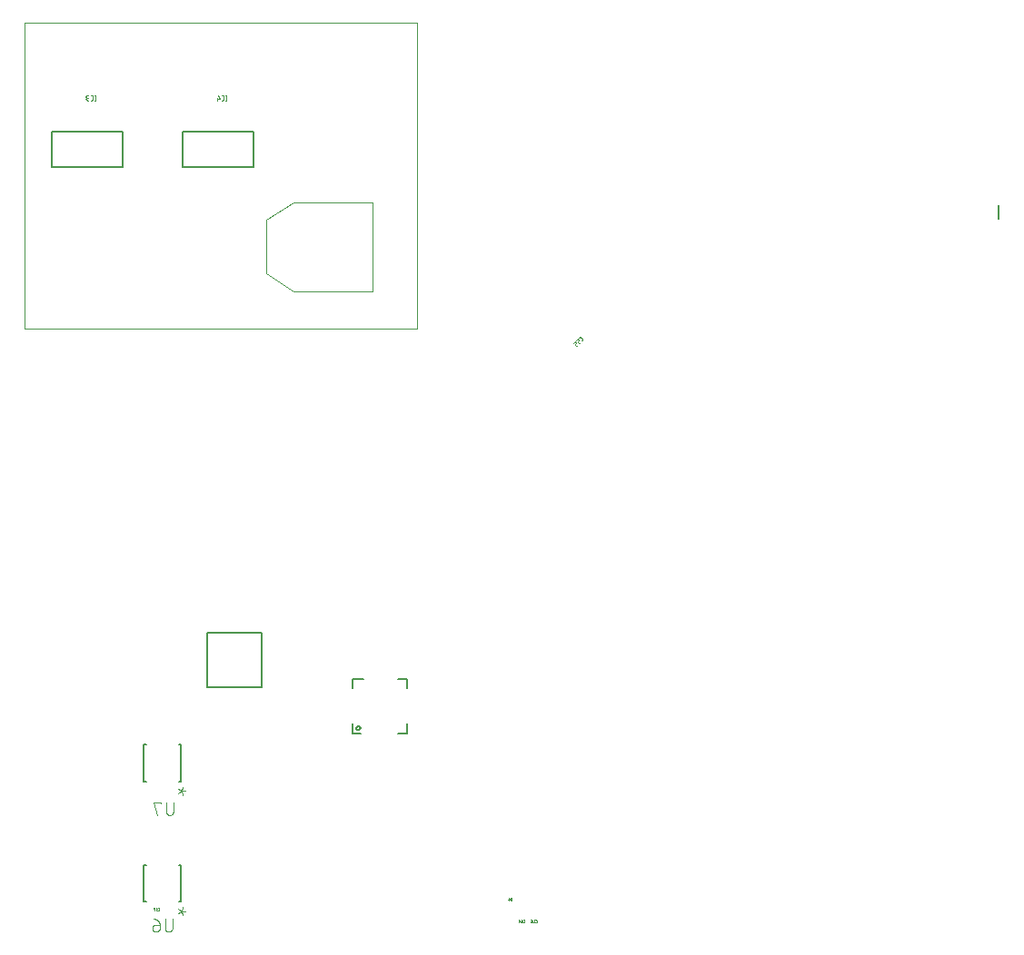
<source format=gbo>
G04 EAGLE Gerber RS-274X export*
G75*
%MOMM*%
%FSLAX34Y34*%
%LPD*%
%INSilkscreen Bottom*%
%IPPOS*%
%AMOC8*
5,1,8,0,0,1.08239X$1,22.5*%
G01*
%ADD10C,0.127000*%
%ADD11C,0.025400*%
%ADD12C,0.203200*%
%ADD13C,0.100000*%
%ADD14C,0.050800*%
%ADD15C,0.152400*%
%ADD16C,0.076200*%


D10*
X318884Y256180D02*
X318886Y256264D01*
X318892Y256348D01*
X318902Y256432D01*
X318915Y256515D01*
X318933Y256597D01*
X318955Y256679D01*
X318980Y256759D01*
X319009Y256838D01*
X319042Y256916D01*
X319078Y256992D01*
X319118Y257066D01*
X319161Y257138D01*
X319207Y257208D01*
X319257Y257276D01*
X319310Y257342D01*
X319366Y257405D01*
X319425Y257465D01*
X319487Y257522D01*
X319551Y257577D01*
X319618Y257628D01*
X319687Y257676D01*
X319758Y257721D01*
X319831Y257763D01*
X319906Y257801D01*
X319983Y257835D01*
X320061Y257866D01*
X320141Y257893D01*
X320222Y257917D01*
X320304Y257936D01*
X320387Y257952D01*
X320470Y257964D01*
X320554Y257972D01*
X320638Y257976D01*
X320722Y257976D01*
X320806Y257972D01*
X320890Y257964D01*
X320973Y257952D01*
X321056Y257936D01*
X321138Y257917D01*
X321219Y257893D01*
X321299Y257866D01*
X321377Y257835D01*
X321454Y257801D01*
X321529Y257763D01*
X321602Y257721D01*
X321673Y257676D01*
X321742Y257628D01*
X321809Y257577D01*
X321873Y257522D01*
X321935Y257465D01*
X321994Y257405D01*
X322050Y257342D01*
X322103Y257276D01*
X322153Y257208D01*
X322199Y257138D01*
X322242Y257066D01*
X322282Y256992D01*
X322318Y256916D01*
X322351Y256838D01*
X322380Y256759D01*
X322405Y256679D01*
X322427Y256597D01*
X322445Y256515D01*
X322458Y256432D01*
X322468Y256348D01*
X322474Y256264D01*
X322476Y256180D01*
X322474Y256096D01*
X322468Y256012D01*
X322458Y255928D01*
X322445Y255845D01*
X322427Y255763D01*
X322405Y255681D01*
X322380Y255601D01*
X322351Y255522D01*
X322318Y255444D01*
X322282Y255368D01*
X322242Y255294D01*
X322199Y255222D01*
X322153Y255152D01*
X322103Y255084D01*
X322050Y255018D01*
X321994Y254955D01*
X321935Y254895D01*
X321873Y254838D01*
X321809Y254783D01*
X321742Y254732D01*
X321673Y254684D01*
X321602Y254639D01*
X321529Y254597D01*
X321454Y254559D01*
X321377Y254525D01*
X321299Y254494D01*
X321219Y254467D01*
X321138Y254443D01*
X321056Y254424D01*
X320973Y254408D01*
X320890Y254396D01*
X320806Y254388D01*
X320722Y254384D01*
X320638Y254384D01*
X320554Y254388D01*
X320470Y254396D01*
X320387Y254408D01*
X320304Y254424D01*
X320222Y254443D01*
X320141Y254467D01*
X320061Y254494D01*
X319983Y254525D01*
X319906Y254559D01*
X319831Y254597D01*
X319758Y254639D01*
X319687Y254684D01*
X319618Y254732D01*
X319551Y254783D01*
X319487Y254838D01*
X319425Y254895D01*
X319366Y254955D01*
X319310Y255018D01*
X319257Y255084D01*
X319207Y255152D01*
X319161Y255222D01*
X319118Y255294D01*
X319078Y255368D01*
X319042Y255444D01*
X319009Y255522D01*
X318980Y255601D01*
X318955Y255681D01*
X318933Y255763D01*
X318915Y255845D01*
X318902Y255928D01*
X318892Y256012D01*
X318886Y256096D01*
X318884Y256180D01*
X315600Y259990D02*
X315600Y251100D01*
X323220Y251100D01*
X357510Y251100D02*
X366400Y251100D01*
X366400Y259990D01*
X366400Y293010D02*
X366400Y301900D01*
X357510Y301900D01*
X325760Y301900D02*
X315600Y301900D01*
X315600Y293010D01*
X230900Y344500D02*
X180100Y344500D01*
X230900Y344500D02*
X230900Y293700D01*
X180100Y293700D01*
X180100Y344500D01*
D11*
X528768Y617030D02*
X529357Y617619D01*
X529356Y617619D02*
X529395Y617660D01*
X529431Y617704D01*
X529464Y617751D01*
X529493Y617799D01*
X529519Y617850D01*
X529542Y617902D01*
X529561Y617955D01*
X529576Y618010D01*
X529588Y618066D01*
X529596Y618122D01*
X529600Y618179D01*
X529600Y618235D01*
X529596Y618292D01*
X529588Y618348D01*
X529576Y618404D01*
X529561Y618459D01*
X529542Y618512D01*
X529519Y618564D01*
X529493Y618615D01*
X529464Y618663D01*
X529431Y618710D01*
X529395Y618754D01*
X529356Y618795D01*
X529357Y618796D02*
X527885Y620267D01*
X527886Y620268D02*
X527844Y620307D01*
X527800Y620343D01*
X527754Y620376D01*
X527705Y620405D01*
X527655Y620431D01*
X527603Y620454D01*
X527549Y620473D01*
X527494Y620488D01*
X527439Y620500D01*
X527382Y620508D01*
X527325Y620512D01*
X527269Y620512D01*
X527212Y620508D01*
X527156Y620500D01*
X527100Y620488D01*
X527045Y620473D01*
X526991Y620454D01*
X526939Y620431D01*
X526889Y620405D01*
X526840Y620376D01*
X526794Y620343D01*
X526750Y620307D01*
X526708Y620268D01*
X526708Y620267D02*
X526119Y619679D01*
X527817Y616079D02*
X526935Y615196D01*
X526934Y615197D02*
X526893Y615158D01*
X526849Y615122D01*
X526802Y615089D01*
X526754Y615060D01*
X526703Y615034D01*
X526651Y615011D01*
X526598Y614992D01*
X526543Y614977D01*
X526487Y614965D01*
X526431Y614957D01*
X526374Y614953D01*
X526318Y614953D01*
X526261Y614957D01*
X526205Y614965D01*
X526149Y614977D01*
X526094Y614992D01*
X526041Y615011D01*
X525989Y615034D01*
X525938Y615060D01*
X525890Y615089D01*
X525843Y615122D01*
X525799Y615158D01*
X525758Y615197D01*
X525757Y615196D02*
X525463Y615491D01*
X525464Y615491D02*
X525425Y615532D01*
X525389Y615576D01*
X525356Y615623D01*
X525327Y615671D01*
X525301Y615722D01*
X525278Y615774D01*
X525259Y615827D01*
X525244Y615882D01*
X525232Y615938D01*
X525224Y615994D01*
X525220Y616051D01*
X525220Y616107D01*
X525224Y616164D01*
X525232Y616220D01*
X525244Y616276D01*
X525259Y616331D01*
X525278Y616384D01*
X525301Y616436D01*
X525327Y616487D01*
X525356Y616535D01*
X525389Y616582D01*
X525425Y616626D01*
X525464Y616667D01*
X525463Y616668D02*
X526346Y617551D01*
X525169Y618728D01*
X523697Y617257D01*
X525272Y613534D02*
X524389Y612651D01*
X524388Y612651D02*
X524347Y612612D01*
X524303Y612576D01*
X524256Y612543D01*
X524208Y612514D01*
X524157Y612488D01*
X524105Y612465D01*
X524052Y612446D01*
X523997Y612431D01*
X523941Y612419D01*
X523885Y612411D01*
X523828Y612407D01*
X523772Y612407D01*
X523715Y612411D01*
X523659Y612419D01*
X523603Y612431D01*
X523548Y612446D01*
X523495Y612465D01*
X523443Y612488D01*
X523392Y612514D01*
X523344Y612543D01*
X523297Y612576D01*
X523253Y612612D01*
X523212Y612651D01*
X522917Y612945D01*
X522918Y612946D02*
X522879Y612987D01*
X522843Y613031D01*
X522810Y613078D01*
X522781Y613126D01*
X522755Y613177D01*
X522732Y613229D01*
X522713Y613282D01*
X522698Y613337D01*
X522686Y613393D01*
X522678Y613449D01*
X522674Y613506D01*
X522674Y613562D01*
X522678Y613619D01*
X522686Y613675D01*
X522698Y613731D01*
X522713Y613786D01*
X522732Y613839D01*
X522755Y613891D01*
X522781Y613942D01*
X522810Y613990D01*
X522843Y614037D01*
X522879Y614081D01*
X522918Y614122D01*
X522917Y614122D02*
X523800Y615005D01*
X522623Y616183D01*
X521152Y614711D01*
D12*
X917490Y730650D02*
X917490Y743350D01*
D13*
X375000Y628500D02*
X375000Y913500D01*
X375000Y628500D02*
X10000Y628500D01*
X10000Y913500D01*
X375000Y913500D01*
X235000Y730000D02*
X235000Y680000D01*
X260000Y663500D01*
X334000Y663500D01*
X334000Y664000D02*
X334000Y746500D01*
X260000Y746500D01*
X235000Y730000D01*
D12*
X35234Y779490D02*
X35234Y812510D01*
X35234Y779490D02*
X100766Y779490D01*
X100766Y812510D01*
X35234Y812510D01*
D14*
X75493Y841339D02*
X75493Y845911D01*
X76001Y841339D02*
X74985Y841339D01*
X74985Y845911D02*
X76001Y845911D01*
X72104Y841339D02*
X71088Y841339D01*
X72104Y841339D02*
X72165Y841341D01*
X72226Y841346D01*
X72287Y841356D01*
X72347Y841369D01*
X72406Y841385D01*
X72464Y841405D01*
X72521Y841429D01*
X72576Y841455D01*
X72630Y841486D01*
X72681Y841519D01*
X72731Y841555D01*
X72778Y841595D01*
X72822Y841637D01*
X72864Y841681D01*
X72904Y841728D01*
X72940Y841778D01*
X72973Y841829D01*
X73004Y841883D01*
X73030Y841938D01*
X73054Y841995D01*
X73074Y842053D01*
X73090Y842112D01*
X73103Y842172D01*
X73113Y842233D01*
X73118Y842294D01*
X73120Y842355D01*
X73120Y844895D01*
X73118Y844956D01*
X73113Y845017D01*
X73103Y845078D01*
X73090Y845138D01*
X73074Y845197D01*
X73054Y845255D01*
X73030Y845312D01*
X73004Y845367D01*
X72973Y845421D01*
X72940Y845472D01*
X72904Y845522D01*
X72864Y845569D01*
X72822Y845613D01*
X72778Y845655D01*
X72731Y845695D01*
X72681Y845731D01*
X72630Y845764D01*
X72576Y845795D01*
X72521Y845821D01*
X72464Y845845D01*
X72406Y845865D01*
X72347Y845881D01*
X72287Y845894D01*
X72226Y845904D01*
X72165Y845909D01*
X72104Y845911D01*
X71088Y845911D01*
X69295Y841339D02*
X68025Y841339D01*
X67955Y841341D01*
X67885Y841347D01*
X67816Y841356D01*
X67747Y841370D01*
X67679Y841387D01*
X67613Y841408D01*
X67547Y841432D01*
X67483Y841460D01*
X67421Y841492D01*
X67360Y841527D01*
X67301Y841565D01*
X67245Y841607D01*
X67191Y841651D01*
X67139Y841699D01*
X67091Y841749D01*
X67045Y841802D01*
X67002Y841857D01*
X66962Y841914D01*
X66925Y841974D01*
X66892Y842036D01*
X66862Y842099D01*
X66836Y842164D01*
X66813Y842230D01*
X66794Y842297D01*
X66779Y842366D01*
X66767Y842435D01*
X66759Y842504D01*
X66755Y842574D01*
X66755Y842644D01*
X66759Y842714D01*
X66767Y842783D01*
X66779Y842852D01*
X66794Y842921D01*
X66813Y842988D01*
X66836Y843054D01*
X66862Y843119D01*
X66892Y843182D01*
X66925Y843244D01*
X66962Y843304D01*
X67002Y843361D01*
X67045Y843416D01*
X67091Y843469D01*
X67139Y843519D01*
X67191Y843567D01*
X67245Y843611D01*
X67301Y843653D01*
X67360Y843691D01*
X67421Y843726D01*
X67483Y843758D01*
X67547Y843786D01*
X67613Y843810D01*
X67679Y843831D01*
X67747Y843848D01*
X67816Y843862D01*
X67885Y843871D01*
X67955Y843877D01*
X68025Y843879D01*
X67771Y845911D02*
X69295Y845911D01*
X67771Y845911D02*
X67708Y845909D01*
X67646Y845903D01*
X67584Y845894D01*
X67523Y845880D01*
X67463Y845863D01*
X67404Y845842D01*
X67346Y845818D01*
X67290Y845790D01*
X67236Y845759D01*
X67184Y845724D01*
X67134Y845687D01*
X67087Y845646D01*
X67042Y845602D01*
X66999Y845556D01*
X66960Y845507D01*
X66924Y845456D01*
X66891Y845403D01*
X66862Y845348D01*
X66835Y845291D01*
X66813Y845233D01*
X66794Y845173D01*
X66779Y845112D01*
X66767Y845051D01*
X66759Y844989D01*
X66755Y844926D01*
X66755Y844864D01*
X66759Y844801D01*
X66767Y844739D01*
X66779Y844678D01*
X66794Y844617D01*
X66813Y844557D01*
X66835Y844499D01*
X66862Y844442D01*
X66891Y844387D01*
X66924Y844334D01*
X66960Y844283D01*
X66999Y844234D01*
X67042Y844188D01*
X67087Y844144D01*
X67134Y844103D01*
X67184Y844066D01*
X67236Y844031D01*
X67290Y844000D01*
X67346Y843972D01*
X67404Y843948D01*
X67463Y843927D01*
X67523Y843910D01*
X67584Y843896D01*
X67646Y843887D01*
X67708Y843881D01*
X67771Y843879D01*
X68787Y843879D01*
D12*
X157234Y812510D02*
X157234Y779490D01*
X222766Y779490D01*
X222766Y812510D01*
X157234Y812510D01*
D14*
X197493Y841339D02*
X197493Y845911D01*
X198001Y841339D02*
X196985Y841339D01*
X196985Y845911D02*
X198001Y845911D01*
X194104Y841339D02*
X193088Y841339D01*
X194104Y841339D02*
X194165Y841341D01*
X194226Y841346D01*
X194287Y841356D01*
X194347Y841369D01*
X194406Y841385D01*
X194464Y841405D01*
X194521Y841429D01*
X194576Y841455D01*
X194630Y841486D01*
X194681Y841519D01*
X194731Y841555D01*
X194778Y841595D01*
X194822Y841637D01*
X194864Y841681D01*
X194904Y841728D01*
X194940Y841778D01*
X194973Y841829D01*
X195004Y841883D01*
X195030Y841938D01*
X195054Y841995D01*
X195074Y842053D01*
X195090Y842112D01*
X195103Y842172D01*
X195113Y842233D01*
X195118Y842294D01*
X195120Y842355D01*
X195120Y844895D01*
X195118Y844956D01*
X195113Y845017D01*
X195103Y845078D01*
X195090Y845138D01*
X195074Y845197D01*
X195054Y845255D01*
X195030Y845312D01*
X195004Y845367D01*
X194973Y845421D01*
X194940Y845472D01*
X194904Y845522D01*
X194864Y845569D01*
X194822Y845613D01*
X194778Y845655D01*
X194731Y845695D01*
X194681Y845731D01*
X194630Y845764D01*
X194576Y845795D01*
X194521Y845821D01*
X194464Y845845D01*
X194406Y845865D01*
X194347Y845881D01*
X194287Y845894D01*
X194226Y845904D01*
X194165Y845909D01*
X194104Y845911D01*
X193088Y845911D01*
X190279Y845911D02*
X191295Y842355D01*
X188755Y842355D01*
X189517Y843371D02*
X189517Y841339D01*
D11*
X134777Y85697D02*
X134269Y85697D01*
X134777Y85697D02*
X134821Y85699D01*
X134865Y85705D01*
X134908Y85714D01*
X134951Y85728D01*
X134992Y85745D01*
X135031Y85765D01*
X135068Y85789D01*
X135104Y85816D01*
X135136Y85846D01*
X135166Y85878D01*
X135193Y85914D01*
X135217Y85951D01*
X135237Y85990D01*
X135254Y86031D01*
X135268Y86074D01*
X135277Y86117D01*
X135283Y86161D01*
X135285Y86205D01*
X135285Y87475D01*
X135283Y87519D01*
X135277Y87563D01*
X135268Y87606D01*
X135254Y87649D01*
X135237Y87690D01*
X135217Y87729D01*
X135193Y87766D01*
X135166Y87802D01*
X135136Y87834D01*
X135104Y87864D01*
X135068Y87891D01*
X135031Y87915D01*
X134992Y87935D01*
X134951Y87952D01*
X134908Y87966D01*
X134865Y87975D01*
X134821Y87981D01*
X134777Y87983D01*
X134269Y87983D01*
X133373Y87475D02*
X132738Y87983D01*
X132738Y85697D01*
X133373Y85697D02*
X132103Y85697D01*
X131087Y87729D02*
X131087Y87983D01*
X129817Y87983D01*
X130452Y85697D01*
D15*
X120928Y93828D02*
X120928Y128372D01*
X122960Y128372D01*
X155472Y128372D02*
X155472Y93828D01*
X153440Y93828D01*
X122960Y93828D02*
X120928Y93828D01*
X153440Y128372D02*
X155472Y128372D01*
D16*
X155924Y85157D02*
X159903Y85157D01*
X155924Y85157D02*
X152939Y87478D01*
X155924Y85157D02*
X152939Y82835D01*
X155924Y85157D02*
X157250Y88804D01*
X155924Y85157D02*
X157250Y81509D01*
X147285Y77769D02*
X147285Y69147D01*
X147283Y69033D01*
X147277Y68918D01*
X147267Y68804D01*
X147253Y68691D01*
X147236Y68577D01*
X147214Y68465D01*
X147189Y68353D01*
X147159Y68243D01*
X147126Y68133D01*
X147089Y68025D01*
X147049Y67918D01*
X147004Y67812D01*
X146957Y67708D01*
X146905Y67606D01*
X146850Y67506D01*
X146792Y67407D01*
X146730Y67311D01*
X146665Y67216D01*
X146597Y67125D01*
X146525Y67035D01*
X146451Y66948D01*
X146374Y66864D01*
X146293Y66782D01*
X146210Y66703D01*
X146125Y66627D01*
X146036Y66554D01*
X145946Y66485D01*
X145853Y66418D01*
X145757Y66355D01*
X145660Y66295D01*
X145560Y66238D01*
X145459Y66185D01*
X145356Y66135D01*
X145251Y66089D01*
X145145Y66046D01*
X145037Y66008D01*
X144928Y65973D01*
X144818Y65942D01*
X144707Y65914D01*
X144595Y65891D01*
X144482Y65871D01*
X144369Y65855D01*
X144255Y65843D01*
X144141Y65835D01*
X144026Y65831D01*
X143912Y65831D01*
X143797Y65835D01*
X143683Y65843D01*
X143569Y65855D01*
X143456Y65871D01*
X143343Y65891D01*
X143231Y65914D01*
X143120Y65942D01*
X143010Y65973D01*
X142901Y66008D01*
X142793Y66046D01*
X142687Y66089D01*
X142582Y66135D01*
X142479Y66185D01*
X142378Y66238D01*
X142278Y66295D01*
X142181Y66355D01*
X142085Y66418D01*
X141992Y66485D01*
X141902Y66554D01*
X141813Y66627D01*
X141728Y66703D01*
X141645Y66782D01*
X141564Y66864D01*
X141487Y66948D01*
X141413Y67035D01*
X141341Y67125D01*
X141273Y67216D01*
X141208Y67311D01*
X141146Y67407D01*
X141088Y67506D01*
X141033Y67606D01*
X140981Y67708D01*
X140934Y67812D01*
X140889Y67918D01*
X140849Y68025D01*
X140812Y68133D01*
X140779Y68243D01*
X140749Y68353D01*
X140724Y68465D01*
X140702Y68577D01*
X140685Y68691D01*
X140671Y68804D01*
X140661Y68918D01*
X140655Y69033D01*
X140653Y69147D01*
X140653Y77769D01*
X135474Y72463D02*
X131495Y72463D01*
X131393Y72461D01*
X131292Y72455D01*
X131191Y72445D01*
X131090Y72432D01*
X130990Y72414D01*
X130891Y72393D01*
X130792Y72368D01*
X130695Y72339D01*
X130598Y72307D01*
X130503Y72271D01*
X130410Y72231D01*
X130318Y72188D01*
X130228Y72141D01*
X130139Y72090D01*
X130053Y72037D01*
X129969Y71980D01*
X129887Y71920D01*
X129807Y71857D01*
X129730Y71791D01*
X129655Y71722D01*
X129583Y71650D01*
X129514Y71575D01*
X129448Y71498D01*
X129385Y71418D01*
X129325Y71336D01*
X129268Y71252D01*
X129215Y71166D01*
X129164Y71077D01*
X129117Y70987D01*
X129074Y70895D01*
X129034Y70802D01*
X128998Y70707D01*
X128966Y70610D01*
X128937Y70513D01*
X128912Y70415D01*
X128891Y70315D01*
X128873Y70215D01*
X128860Y70114D01*
X128850Y70013D01*
X128844Y69912D01*
X128842Y69810D01*
X128842Y69147D01*
X128844Y69033D01*
X128850Y68918D01*
X128860Y68804D01*
X128874Y68691D01*
X128891Y68577D01*
X128913Y68465D01*
X128938Y68353D01*
X128968Y68243D01*
X129001Y68133D01*
X129038Y68025D01*
X129078Y67918D01*
X129123Y67812D01*
X129170Y67708D01*
X129222Y67606D01*
X129277Y67506D01*
X129335Y67407D01*
X129397Y67311D01*
X129462Y67216D01*
X129530Y67125D01*
X129602Y67035D01*
X129676Y66948D01*
X129753Y66864D01*
X129834Y66782D01*
X129917Y66703D01*
X130002Y66627D01*
X130091Y66554D01*
X130181Y66485D01*
X130274Y66418D01*
X130370Y66355D01*
X130467Y66295D01*
X130567Y66238D01*
X130668Y66185D01*
X130771Y66135D01*
X130876Y66089D01*
X130982Y66046D01*
X131090Y66008D01*
X131199Y65973D01*
X131309Y65942D01*
X131420Y65914D01*
X131532Y65891D01*
X131645Y65871D01*
X131758Y65855D01*
X131872Y65843D01*
X131986Y65835D01*
X132101Y65831D01*
X132215Y65831D01*
X132330Y65835D01*
X132444Y65843D01*
X132558Y65855D01*
X132671Y65871D01*
X132784Y65891D01*
X132896Y65914D01*
X133007Y65942D01*
X133117Y65973D01*
X133226Y66008D01*
X133334Y66046D01*
X133440Y66089D01*
X133545Y66135D01*
X133648Y66185D01*
X133749Y66238D01*
X133849Y66295D01*
X133946Y66355D01*
X134042Y66418D01*
X134135Y66485D01*
X134225Y66554D01*
X134314Y66627D01*
X134399Y66703D01*
X134482Y66782D01*
X134563Y66864D01*
X134640Y66948D01*
X134714Y67035D01*
X134786Y67125D01*
X134854Y67216D01*
X134919Y67311D01*
X134981Y67407D01*
X135039Y67506D01*
X135094Y67606D01*
X135146Y67708D01*
X135193Y67812D01*
X135238Y67918D01*
X135278Y68025D01*
X135315Y68133D01*
X135348Y68243D01*
X135378Y68353D01*
X135403Y68465D01*
X135425Y68577D01*
X135442Y68691D01*
X135456Y68804D01*
X135466Y68918D01*
X135472Y69033D01*
X135474Y69147D01*
X135474Y72463D01*
X135472Y72607D01*
X135466Y72750D01*
X135456Y72894D01*
X135443Y73037D01*
X135425Y73179D01*
X135404Y73321D01*
X135379Y73463D01*
X135350Y73604D01*
X135317Y73744D01*
X135281Y73883D01*
X135240Y74020D01*
X135196Y74157D01*
X135149Y74293D01*
X135097Y74427D01*
X135042Y74560D01*
X134984Y74691D01*
X134921Y74821D01*
X134856Y74948D01*
X134787Y75074D01*
X134714Y75199D01*
X134639Y75321D01*
X134560Y75441D01*
X134477Y75558D01*
X134392Y75674D01*
X134304Y75787D01*
X134212Y75898D01*
X134118Y76006D01*
X134020Y76112D01*
X133920Y76215D01*
X133817Y76315D01*
X133711Y76413D01*
X133603Y76507D01*
X133492Y76599D01*
X133379Y76687D01*
X133263Y76772D01*
X133146Y76855D01*
X133026Y76934D01*
X132904Y77009D01*
X132779Y77082D01*
X132653Y77151D01*
X132526Y77216D01*
X132396Y77279D01*
X132265Y77337D01*
X132132Y77392D01*
X131998Y77444D01*
X131862Y77491D01*
X131725Y77535D01*
X131588Y77576D01*
X131449Y77612D01*
X131309Y77645D01*
X131168Y77674D01*
X131026Y77699D01*
X130884Y77720D01*
X130742Y77738D01*
X130599Y77751D01*
X130455Y77761D01*
X130312Y77767D01*
X130168Y77769D01*
D15*
X120928Y205728D02*
X120928Y240272D01*
X122960Y240272D01*
X155472Y240272D02*
X155472Y205728D01*
X153440Y205728D01*
X122960Y205728D02*
X120928Y205728D01*
X153440Y240272D02*
X155472Y240272D01*
D16*
X155924Y197057D02*
X159903Y197057D01*
X155924Y197057D02*
X152939Y199378D01*
X155924Y197057D02*
X152939Y194735D01*
X155924Y197057D02*
X157250Y200704D01*
X155924Y197057D02*
X157250Y193409D01*
X148285Y186669D02*
X148285Y178047D01*
X148283Y177933D01*
X148277Y177818D01*
X148267Y177704D01*
X148253Y177591D01*
X148236Y177477D01*
X148214Y177365D01*
X148189Y177253D01*
X148159Y177143D01*
X148126Y177033D01*
X148089Y176925D01*
X148049Y176818D01*
X148004Y176712D01*
X147957Y176608D01*
X147905Y176506D01*
X147850Y176406D01*
X147792Y176307D01*
X147730Y176211D01*
X147665Y176116D01*
X147597Y176025D01*
X147525Y175935D01*
X147451Y175848D01*
X147374Y175764D01*
X147293Y175682D01*
X147210Y175603D01*
X147125Y175527D01*
X147036Y175454D01*
X146946Y175385D01*
X146853Y175318D01*
X146757Y175255D01*
X146660Y175195D01*
X146560Y175138D01*
X146459Y175085D01*
X146356Y175035D01*
X146251Y174989D01*
X146145Y174946D01*
X146037Y174908D01*
X145928Y174873D01*
X145818Y174842D01*
X145707Y174814D01*
X145595Y174791D01*
X145482Y174771D01*
X145369Y174755D01*
X145255Y174743D01*
X145141Y174735D01*
X145026Y174731D01*
X144912Y174731D01*
X144797Y174735D01*
X144683Y174743D01*
X144569Y174755D01*
X144456Y174771D01*
X144343Y174791D01*
X144231Y174814D01*
X144120Y174842D01*
X144010Y174873D01*
X143901Y174908D01*
X143793Y174946D01*
X143687Y174989D01*
X143582Y175035D01*
X143479Y175085D01*
X143378Y175138D01*
X143278Y175195D01*
X143181Y175255D01*
X143085Y175318D01*
X142992Y175385D01*
X142902Y175454D01*
X142813Y175527D01*
X142728Y175603D01*
X142645Y175682D01*
X142564Y175764D01*
X142487Y175848D01*
X142413Y175935D01*
X142341Y176025D01*
X142273Y176116D01*
X142208Y176211D01*
X142146Y176307D01*
X142088Y176406D01*
X142033Y176506D01*
X141981Y176608D01*
X141934Y176712D01*
X141889Y176818D01*
X141849Y176925D01*
X141812Y177033D01*
X141779Y177143D01*
X141749Y177253D01*
X141724Y177365D01*
X141702Y177477D01*
X141685Y177591D01*
X141671Y177704D01*
X141661Y177818D01*
X141655Y177933D01*
X141653Y178047D01*
X141653Y186669D01*
X136474Y186669D02*
X136474Y185343D01*
X136474Y186669D02*
X129842Y186669D01*
X133158Y174731D01*
D11*
X485769Y74697D02*
X486277Y74697D01*
X486321Y74699D01*
X486365Y74705D01*
X486408Y74714D01*
X486451Y74728D01*
X486492Y74745D01*
X486531Y74765D01*
X486568Y74789D01*
X486604Y74816D01*
X486636Y74846D01*
X486666Y74878D01*
X486693Y74914D01*
X486717Y74951D01*
X486737Y74990D01*
X486754Y75031D01*
X486768Y75074D01*
X486777Y75117D01*
X486783Y75161D01*
X486785Y75205D01*
X486785Y76475D01*
X486783Y76519D01*
X486777Y76563D01*
X486768Y76606D01*
X486754Y76649D01*
X486737Y76690D01*
X486717Y76729D01*
X486693Y76766D01*
X486666Y76802D01*
X486636Y76834D01*
X486604Y76864D01*
X486568Y76891D01*
X486531Y76915D01*
X486492Y76935D01*
X486451Y76952D01*
X486408Y76966D01*
X486365Y76975D01*
X486321Y76981D01*
X486277Y76983D01*
X485769Y76983D01*
X484873Y76475D02*
X484238Y76983D01*
X484238Y74697D01*
X484873Y74697D02*
X483603Y74697D01*
X482587Y75967D02*
X481825Y75967D01*
X481781Y75965D01*
X481737Y75959D01*
X481694Y75950D01*
X481651Y75936D01*
X481610Y75919D01*
X481571Y75899D01*
X481534Y75875D01*
X481498Y75848D01*
X481466Y75818D01*
X481436Y75786D01*
X481409Y75750D01*
X481385Y75713D01*
X481365Y75674D01*
X481348Y75633D01*
X481334Y75590D01*
X481325Y75547D01*
X481319Y75503D01*
X481317Y75459D01*
X481317Y75332D01*
X481319Y75283D01*
X481324Y75235D01*
X481334Y75187D01*
X481347Y75140D01*
X481363Y75095D01*
X481383Y75050D01*
X481406Y75008D01*
X481433Y74967D01*
X481462Y74928D01*
X481494Y74892D01*
X481530Y74858D01*
X481567Y74827D01*
X481607Y74799D01*
X481649Y74774D01*
X481692Y74753D01*
X481737Y74734D01*
X481784Y74720D01*
X481831Y74709D01*
X481879Y74701D01*
X481928Y74697D01*
X481976Y74697D01*
X482025Y74701D01*
X482073Y74709D01*
X482120Y74720D01*
X482167Y74734D01*
X482212Y74753D01*
X482255Y74774D01*
X482297Y74799D01*
X482337Y74827D01*
X482374Y74858D01*
X482410Y74892D01*
X482442Y74928D01*
X482471Y74967D01*
X482498Y75008D01*
X482521Y75050D01*
X482541Y75095D01*
X482557Y75140D01*
X482570Y75187D01*
X482580Y75235D01*
X482585Y75283D01*
X482587Y75332D01*
X482587Y75967D01*
X482585Y76028D01*
X482580Y76089D01*
X482570Y76150D01*
X482557Y76210D01*
X482541Y76269D01*
X482521Y76327D01*
X482497Y76384D01*
X482471Y76439D01*
X482440Y76493D01*
X482407Y76544D01*
X482371Y76594D01*
X482331Y76641D01*
X482289Y76685D01*
X482245Y76727D01*
X482198Y76767D01*
X482148Y76803D01*
X482097Y76836D01*
X482043Y76867D01*
X481988Y76893D01*
X481931Y76917D01*
X481873Y76937D01*
X481814Y76953D01*
X481754Y76966D01*
X481693Y76976D01*
X481632Y76981D01*
X481571Y76983D01*
X474777Y74697D02*
X474269Y74697D01*
X474777Y74697D02*
X474821Y74699D01*
X474865Y74705D01*
X474908Y74714D01*
X474951Y74728D01*
X474992Y74745D01*
X475031Y74765D01*
X475068Y74789D01*
X475104Y74816D01*
X475136Y74846D01*
X475166Y74878D01*
X475193Y74914D01*
X475217Y74951D01*
X475237Y74990D01*
X475254Y75031D01*
X475268Y75074D01*
X475277Y75117D01*
X475283Y75161D01*
X475285Y75205D01*
X475285Y76475D01*
X475283Y76519D01*
X475277Y76563D01*
X475268Y76606D01*
X475254Y76649D01*
X475237Y76690D01*
X475217Y76729D01*
X475193Y76766D01*
X475166Y76802D01*
X475136Y76834D01*
X475104Y76864D01*
X475068Y76891D01*
X475031Y76915D01*
X474992Y76935D01*
X474951Y76952D01*
X474908Y76966D01*
X474865Y76975D01*
X474821Y76981D01*
X474777Y76983D01*
X474269Y76983D01*
X473373Y75967D02*
X472611Y75967D01*
X472567Y75965D01*
X472523Y75959D01*
X472480Y75950D01*
X472437Y75936D01*
X472396Y75919D01*
X472357Y75899D01*
X472320Y75875D01*
X472284Y75848D01*
X472252Y75818D01*
X472222Y75786D01*
X472195Y75750D01*
X472171Y75713D01*
X472151Y75674D01*
X472134Y75633D01*
X472120Y75590D01*
X472111Y75547D01*
X472105Y75503D01*
X472103Y75459D01*
X472103Y75332D01*
X472105Y75283D01*
X472110Y75235D01*
X472120Y75187D01*
X472133Y75140D01*
X472149Y75095D01*
X472169Y75050D01*
X472192Y75008D01*
X472219Y74967D01*
X472248Y74928D01*
X472280Y74892D01*
X472316Y74858D01*
X472353Y74827D01*
X472393Y74799D01*
X472435Y74774D01*
X472478Y74753D01*
X472523Y74734D01*
X472570Y74720D01*
X472617Y74709D01*
X472665Y74701D01*
X472714Y74697D01*
X472762Y74697D01*
X472811Y74701D01*
X472859Y74709D01*
X472906Y74720D01*
X472953Y74734D01*
X472998Y74753D01*
X473041Y74774D01*
X473083Y74799D01*
X473123Y74827D01*
X473160Y74858D01*
X473196Y74892D01*
X473228Y74928D01*
X473257Y74967D01*
X473284Y75008D01*
X473307Y75050D01*
X473327Y75095D01*
X473343Y75140D01*
X473356Y75187D01*
X473366Y75235D01*
X473371Y75283D01*
X473373Y75332D01*
X473373Y75967D01*
X473371Y76028D01*
X473366Y76089D01*
X473356Y76150D01*
X473343Y76210D01*
X473327Y76269D01*
X473307Y76327D01*
X473283Y76384D01*
X473257Y76439D01*
X473226Y76493D01*
X473193Y76544D01*
X473157Y76594D01*
X473117Y76641D01*
X473075Y76685D01*
X473031Y76727D01*
X472984Y76767D01*
X472934Y76803D01*
X472883Y76836D01*
X472829Y76867D01*
X472774Y76893D01*
X472717Y76917D01*
X472659Y76937D01*
X472600Y76953D01*
X472540Y76966D01*
X472479Y76976D01*
X472418Y76981D01*
X472357Y76983D01*
X470579Y76983D02*
X471087Y75205D01*
X469817Y75205D01*
X470198Y75713D02*
X470198Y74697D01*
X463683Y95017D02*
X463683Y97303D01*
X463048Y97303D01*
X462999Y97301D01*
X462951Y97296D01*
X462903Y97286D01*
X462856Y97273D01*
X462811Y97257D01*
X462766Y97237D01*
X462724Y97214D01*
X462683Y97187D01*
X462644Y97158D01*
X462608Y97126D01*
X462574Y97090D01*
X462543Y97053D01*
X462515Y97013D01*
X462490Y96971D01*
X462469Y96928D01*
X462450Y96883D01*
X462436Y96836D01*
X462425Y96789D01*
X462417Y96741D01*
X462413Y96692D01*
X462413Y96644D01*
X462417Y96595D01*
X462425Y96547D01*
X462436Y96500D01*
X462450Y96453D01*
X462469Y96408D01*
X462490Y96365D01*
X462515Y96323D01*
X462543Y96283D01*
X462574Y96246D01*
X462608Y96210D01*
X462644Y96178D01*
X462683Y96149D01*
X462724Y96122D01*
X462766Y96099D01*
X462811Y96079D01*
X462856Y96063D01*
X462903Y96050D01*
X462951Y96040D01*
X462999Y96035D01*
X463048Y96033D01*
X463683Y96033D01*
X462921Y96033D02*
X462413Y95017D01*
X461414Y95525D02*
X460906Y97303D01*
X461414Y95525D02*
X460144Y95525D01*
X460525Y96033D02*
X460525Y95017D01*
M02*

</source>
